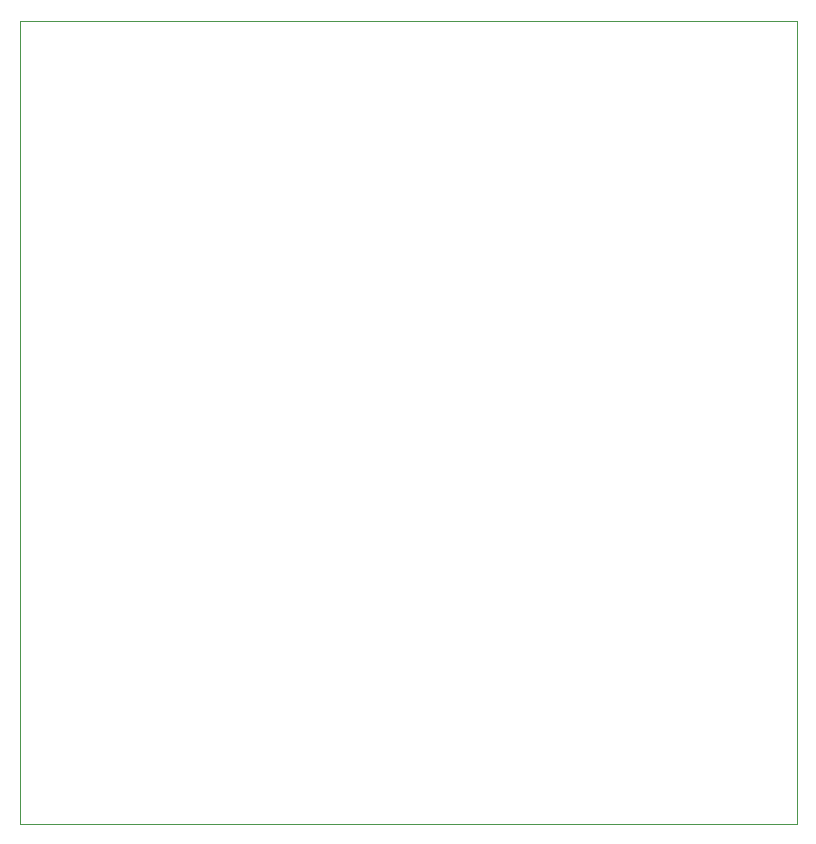
<source format=gbr>
G04 #@! TF.GenerationSoftware,KiCad,Pcbnew,8.0.2*
G04 #@! TF.CreationDate,2024-06-19T11:25:55-04:00*
G04 #@! TF.ProjectId,StringsVR-PiHat,53747269-6e67-4735-9652-2d5069486174,1*
G04 #@! TF.SameCoordinates,Original*
G04 #@! TF.FileFunction,Profile,NP*
%FSLAX46Y46*%
G04 Gerber Fmt 4.6, Leading zero omitted, Abs format (unit mm)*
G04 Created by KiCad (PCBNEW 8.0.2) date 2024-06-19 11:25:55*
%MOMM*%
%LPD*%
G01*
G04 APERTURE LIST*
G04 #@! TA.AperFunction,Profile*
%ADD10C,0.038100*%
G04 #@! TD*
G04 APERTURE END LIST*
D10*
X114520000Y-71110000D02*
X180320000Y-71110000D01*
X180320000Y-139110000D01*
X114520000Y-139110000D01*
X114520000Y-71110000D01*
M02*

</source>
